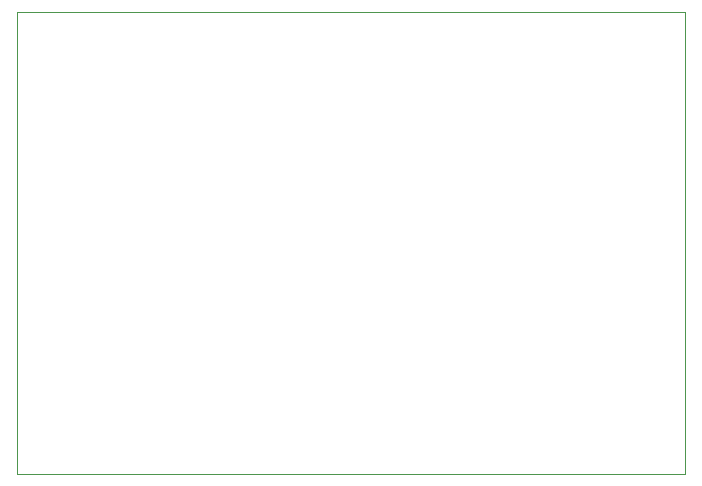
<source format=gbr>
%TF.GenerationSoftware,KiCad,Pcbnew,(5.1.9-0-10_14)*%
%TF.CreationDate,2021-04-28T22:00:07-04:00*%
%TF.ProjectId,CLOCK,434c4f43-4b2e-46b6-9963-61645f706362,rev?*%
%TF.SameCoordinates,Original*%
%TF.FileFunction,Profile,NP*%
%FSLAX46Y46*%
G04 Gerber Fmt 4.6, Leading zero omitted, Abs format (unit mm)*
G04 Created by KiCad (PCBNEW (5.1.9-0-10_14)) date 2021-04-28 22:00:07*
%MOMM*%
%LPD*%
G01*
G04 APERTURE LIST*
%TA.AperFunction,Profile*%
%ADD10C,0.050000*%
%TD*%
G04 APERTURE END LIST*
D10*
X172796200Y-58166000D02*
X172796200Y-58432700D01*
X229336600Y-58166000D02*
X172796200Y-58166000D01*
X229336600Y-97294700D02*
X172796200Y-97294700D01*
X229336600Y-58166000D02*
X229336600Y-97294700D01*
X172796200Y-97294700D02*
X172796200Y-58432700D01*
M02*

</source>
